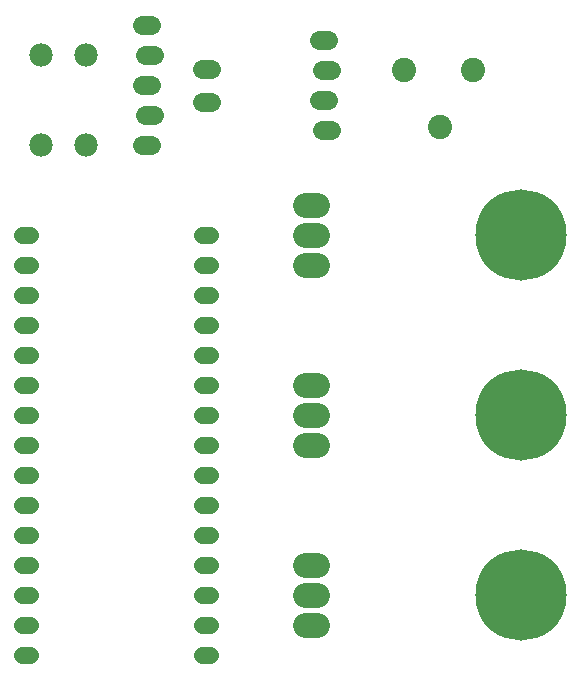
<source format=gbr>
G04 EAGLE Gerber X2 export*
%TF.Part,Single*%
%TF.FileFunction,Soldermask,Bot,1*%
%TF.FilePolarity,Negative*%
%TF.GenerationSoftware,Autodesk,EAGLE,9.1.1*%
%TF.CreationDate,2018-09-28T16:37:10Z*%
G75*
%MOMM*%
%FSLAX34Y34*%
%LPD*%
%AMOC8*
5,1,8,0,0,1.08239X$1,22.5*%
G01*
%ADD10C,1.981200*%
%ADD11C,1.625600*%
%ADD12C,2.051600*%
%ADD13C,2.133600*%
%ADD14C,7.721600*%
%ADD15C,1.409600*%


D10*
X63500Y482600D03*
X63500Y558800D03*
D11*
X300990Y495300D02*
X308610Y495300D01*
X306070Y520700D02*
X298450Y520700D01*
X300990Y546100D02*
X308610Y546100D01*
X306070Y571500D02*
X298450Y571500D01*
D12*
X371000Y546100D03*
X429000Y546100D03*
X401000Y498100D03*
D11*
X156210Y584200D02*
X148590Y584200D01*
X151130Y558800D02*
X158750Y558800D01*
X156210Y533400D02*
X148590Y533400D01*
X151130Y508000D02*
X158750Y508000D01*
X156210Y482600D02*
X148590Y482600D01*
D13*
X287020Y381000D02*
X297180Y381000D01*
X297180Y406400D02*
X287020Y406400D01*
X287020Y431800D02*
X297180Y431800D01*
D14*
X469900Y406400D03*
D13*
X297180Y228600D02*
X287020Y228600D01*
X287020Y254000D02*
X297180Y254000D01*
X297180Y279400D02*
X287020Y279400D01*
D14*
X469900Y254000D03*
D13*
X297180Y76200D02*
X287020Y76200D01*
X287020Y101600D02*
X297180Y101600D01*
X297180Y127000D02*
X287020Y127000D01*
D14*
X469900Y101600D03*
D10*
X101600Y482600D03*
X101600Y558800D03*
D15*
X199930Y406400D02*
X206470Y406400D01*
X206470Y381000D02*
X199930Y381000D01*
X199930Y355600D02*
X206470Y355600D01*
X206470Y330200D02*
X199930Y330200D01*
X199930Y304800D02*
X206470Y304800D01*
X206470Y279400D02*
X199930Y279400D01*
X199930Y254000D02*
X206470Y254000D01*
X206470Y228600D02*
X199930Y228600D01*
X199930Y203200D02*
X206470Y203200D01*
X206470Y177800D02*
X199930Y177800D01*
X199930Y152400D02*
X206470Y152400D01*
X206470Y127000D02*
X199930Y127000D01*
X54070Y406400D02*
X47530Y406400D01*
X47530Y381000D02*
X54070Y381000D01*
X54070Y355600D02*
X47530Y355600D01*
X47530Y203200D02*
X54070Y203200D01*
X54070Y177800D02*
X47530Y177800D01*
X47530Y152400D02*
X54070Y152400D01*
X54070Y127000D02*
X47530Y127000D01*
X47530Y50800D02*
X54070Y50800D01*
X199930Y50800D02*
X206470Y50800D01*
X206470Y76200D02*
X199930Y76200D01*
X199930Y101600D02*
X206470Y101600D01*
X54070Y76200D02*
X47530Y76200D01*
X47530Y101600D02*
X54070Y101600D01*
X54070Y330200D02*
X47530Y330200D01*
X47530Y228600D02*
X54070Y228600D01*
X54070Y254000D02*
X47530Y254000D01*
X47530Y279400D02*
X54070Y279400D01*
X54070Y304800D02*
X47530Y304800D01*
D11*
X199390Y547370D02*
X207010Y547370D01*
X207010Y519430D02*
X199390Y519430D01*
M02*

</source>
